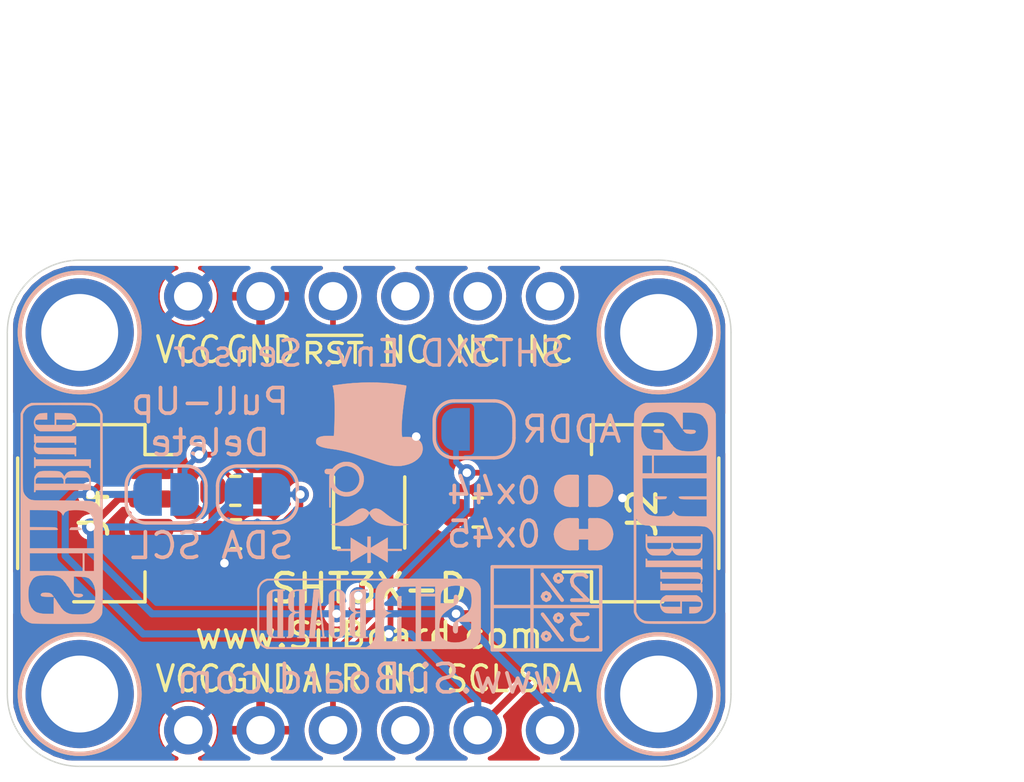
<source format=kicad_pcb>
(kicad_pcb (version 20171130) (host pcbnew "(5.1.2)-2")
  (title_block (title "SHT3X-D Dual Breakout ") (date 2020-01-28) (rev 1) (company SirBoard) (comment 1 "SHT30D Accuracy: Humidity:±3%, Temperature:±0.3%") (comment 2 "SHT31D Accuracy: Humidity:±2%, Temperature:±0.3%") (comment 3 "I2C Temperature And Humidity Sensors") (comment 4 "SHT30-D, SHT31-D - SirBlue"))
  (layers (0 F.Cu signal) (31 B.Cu signal) (34 B.Paste user hide) (35 F.Paste user hide) (36 B.SilkS user) (37 F.SilkS user) (38 B.Mask user hide) (39 F.Mask user hide) (44 Edge.Cuts user))
  (net 0 "")
  (net 1 GND)
  (net 2 VCC)
  (net 3 "Net-(JP2-Pad2)")
  (net 4 SCL)
  (net 5 SDA)
  (net 6 "Net-(A0-Pad1)")
  (net 7 "Net-(J1-Pad4)")
  (net 8 ALERT)
  (net 9 "Net-(J3-Pad6)")
  (net 10 "Net-(J3-Pad5)")
  (net 11 "Net-(J3-Pad4)")
  (net 12 "#RST")
  (net 13 "Net-(JP1-Pad2)")
  (module SirBoardLibrary:DFN2.5X2.5_P=0.5m (layer F.Cu) (at 65.278 35.941 90)
    (fp_text reference U1 hide)
    (fp_text value SHT3X hide)
    (pad 9 smd custom (at 0 0 90) (size 1 1) (layers F.Cu F.Paste F.Mask) (net 1 GND) (options (clearance outline) (anchor rect)) (primitives (gr_poly (pts (xy -0.5 0.85) (xy 0.5 0.85) (xy 0.5 -0.85) (xy -0.2 -0.85) (xy -0.5 -0.55)) (width 0))))
    (pad 8 smd roundrect (at 1.2 -0.75 90) (size 0.55 0.25) (layers F.Cu F.Paste F.Mask) (roundrect_rratio 0.1) (net 1 GND))
    (pad 7 smd roundrect (at 1.2 -0.25 90) (size 0.55 0.25) (layers F.Cu F.Paste F.Mask) (roundrect_rratio 0.1) (net 1 GND))
    (pad 6 smd roundrect (at 1.2 0.25 90) (size 0.55 0.25) (layers F.Cu F.Paste F.Mask) (roundrect_rratio 0.1) (net 12 "#RST"))
    (pad 5 smd roundrect (at 1.2 0.75 90) (size 0.55 0.25) (layers F.Cu F.Paste F.Mask) (roundrect_rratio 0.1) (net 2 VCC))
    (pad 4 smd roundrect (at -1.2 0.75 90) (size 0.55 0.25) (layers F.Cu F.Paste F.Mask) (roundrect_rratio 0.1) (net 4 SCL))
    (pad 3 smd roundrect (at -1.2 0.25 90) (size 0.55 0.25) (layers F.Cu F.Paste F.Mask) (roundrect_rratio 0.1) (net 8 ALERT))
    (pad 2 smd roundrect (at -1.2 -0.25 90) (size 0.55 0.25) (layers F.Cu F.Paste F.Mask) (roundrect_rratio 0.1) (net 6 "Net-(A0-Pad1)"))
    (pad 1 smd roundrect (at -1.2 -0.75 90) (size 0.55 0.25) (layers F.Cu F.Paste F.Mask) (roundrect_rratio 0.1) (net 5 SDA))
  )
  (module Capacitor_SMD:C_0603_1608Metric (layer F.Cu) (at 65.278 33.274 180)
    (fp_text reference C1 hide)
    (fp_text value C)
    (pad 2 smd roundrect (at 0.7875 0 180) (size 0.875 0.95) (layers F.Cu F.Paste F.Mask) (net 1 GND))
    (pad 1 smd roundrect (at -0.7875 0 180) (size 0.875 0.95) (layers F.Cu F.Paste F.Mask) (net 2 VCC))
  )
  (module Resistor_SMD:R_0603_1608Metric (layer F.Cu) (at 69.088 35.941 180)
    (fp_text reference R3 hide)
    (fp_text value 10K)
    (pad 2 smd roundrect (at 0.7875 0 180) (size 0.875 0.95) (layers F.Cu F.Paste F.Mask) (net 1 GND))
    (pad 1 smd roundrect (at -0.7875 0 180) (size 0.875 0.95) (layers F.Cu F.Paste F.Mask) (net 6 "Net-(A0-Pad1)"))
  )
  (module Resistor_SMD:R_0603_1608Metric (layer F.Cu) (at 60.579 35.179)
    (fp_text reference R2 hide)
    (fp_text value 10K)
    (pad 2 smd roundrect (at 0.7875 0) (size 0.875 0.95) (layers F.Cu F.Paste F.Mask) (net 3 "Net-(JP2-Pad2)"))
    (pad 1 smd roundrect (at -0.7875 0) (size 0.875 0.95) (layers F.Cu F.Paste F.Mask) (net 2 VCC))
  )
  (module Resistor_SMD:R_0603_1608Metric (layer F.Cu) (at 60.6045 36.703)
    (fp_text reference R1 hide)
    (fp_text value 10K)
    (pad 2 smd roundrect (at 0.7875 0) (size 0.875 0.95) (layers F.Cu F.Paste F.Mask) (net 13 "Net-(JP1-Pad2)"))
    (pad 1 smd roundrect (at -0.7875 0) (size 0.875 0.95) (layers F.Cu F.Paste F.Mask) (net 2 VCC))
  )
  (module Jumper:SolderJumper-2_P1.3mm_Open_RoundedPad1.0x1.5mm (layer B.Cu) (at 68.961 33.02)
    (fp_text reference ADDR (at 3.429 0) (layer B.SilkS) (effects (font (size 0.9 0.9) (thickness 0.13)) (justify mirror)))
    (fp_text value SolderJumper_2_Open)
    (pad 2 smd custom (at 0.65 0) (size 1 0.5) (layers B.Cu B.Mask) (net 2 VCC) (options (clearance outline) (anchor rect)) (primitives (gr_circle (center 0 -0.25) (end 0.5 -0.25) (width 0)) (gr_circle (center 0 0.25) (end 0.5 0.25) (width 0)) (gr_poly (pts (xy 0 0.75) (xy -0.5 0.75) (xy -0.5 -0.75) (xy 0 -0.75)) (width 0))))
    (pad 1 smd custom (at -0.65 0) (size 1 0.5) (layers B.Cu B.Mask) (net 6 "Net-(A0-Pad1)") (options (clearance outline) (anchor rect)) (primitives (gr_circle (center 0 -0.25) (end 0.5 -0.25) (width 0)) (gr_circle (center 0 0.25) (end 0.5 0.25) (width 0)) (gr_poly (pts (xy 0 0.75) (xy 0.5 0.75) (xy 0.5 -0.75) (xy 0 -0.75)) (width 0))))
  )
  (module Jumper:SolderJumper-2_P1.3mm_Open_RoundedPad1.0x1.5mm (layer B.Cu) (at 58.151 35.306)
    (fp_text reference SCL (at 0 1.8) (layer B.SilkS) (effects (font (size 0.9 0.9) (thickness 0.13)) (justify mirror)))
    (fp_text value SolderJumper_2_Open)
    (pad 2 smd custom (at 0.65 0) (size 1 0.5) (layers B.Cu B.Mask) (net 3 "Net-(JP2-Pad2)") (options (clearance outline) (anchor rect)) (primitives (gr_circle (center 0 -0.25) (end 0.5 -0.25) (width 0)) (gr_circle (center 0 0.25) (end 0.5 0.25) (width 0)) (gr_poly (pts (xy 0 0.75) (xy -0.5 0.75) (xy -0.5 -0.75) (xy 0 -0.75)) (width 0))))
    (pad 1 smd custom (at -0.65 0) (size 1 0.5) (layers B.Cu B.Mask) (net 4 SCL) (options (clearance outline) (anchor rect)) (primitives (gr_circle (center 0 -0.25) (end 0.5 -0.25) (width 0)) (gr_circle (center 0 0.25) (end 0.5 0.25) (width 0)) (gr_poly (pts (xy 0 0.75) (xy 0.5 0.75) (xy 0.5 -0.75) (xy 0 -0.75)) (width 0))))
  )
  (module Jumper:SolderJumper-2_P1.3mm_Open_RoundedPad1.0x1.5mm (layer B.Cu) (at 61.356 35.306)
    (fp_text reference SDA (at 0 1.8) (layer B.SilkS) (effects (font (size 0.9 0.9) (thickness 0.13)) (justify mirror)))
    (fp_text value SolderJumper_2_Open)
    (pad 2 smd custom (at 0.65 0) (size 1 0.5) (layers B.Cu B.Mask) (net 13 "Net-(JP1-Pad2)") (options (clearance outline) (anchor rect)) (primitives (gr_circle (center 0 -0.25) (end 0.5 -0.25) (width 0)) (gr_circle (center 0 0.25) (end 0.5 0.25) (width 0)) (gr_poly (pts (xy 0 0.75) (xy -0.5 0.75) (xy -0.5 -0.75) (xy 0 -0.75)) (width 0))))
    (pad 1 smd custom (at -0.65 0) (size 1 0.5) (layers B.Cu B.Mask) (net 5 SDA) (options (clearance outline) (anchor rect)) (primitives (gr_circle (center 0 -0.25) (end 0.5 -0.25) (width 0)) (gr_circle (center 0 0.25) (end 0.5 0.25) (width 0)) (gr_poly (pts (xy 0 0.75) (xy 0.5 0.75) (xy 0.5 -0.75) (xy 0 -0.75)) (width 0))))
  )
  (module logo:SirBoard79x25 (layer B.Cu) (at 65.278 39.497 180)
    (fp_text reference G*** hide)
    (fp_text value LOGO hide)
  )
  (module logo:logo63x89 (layer B.Cu) (at 65.278 34.544 180)
    (fp_text reference G*** hide)
    (fp_text value LOGO hide)
  )
  (module logo:SirBlue78x29 (layer B.Cu) (at 76.0095 35.9664 270)
    (fp_text reference G*** hide)
    (fp_text value LOGO hide)
  )
  (module logo:SirBlue78x29 (layer B.Cu) (at 54.483 35.9664 90)
    (fp_text reference G*** hide)
    (fp_text value LOGO hide)
  )
  (module Connector_PinHeader_2.54mm:PinHeader_1x06_P2.54mm_Vertical (layer B.Cu) (at 58.928 28.3464 270)
    (fp_text reference J3 hide)
    (fp_text value Conn_01x06)
    (pad 6 thru_hole oval (at 0 -12.7 270) (size 1.7 1.7) (drill 1) (layers *.Cu *.Mask) (net 9 "Net-(J3-Pad6)"))
    (pad 5 thru_hole oval (at 0 -10.16 270) (size 1.7 1.7) (drill 1) (layers *.Cu *.Mask) (net 10 "Net-(J3-Pad5)"))
    (pad 4 thru_hole oval (at 0 -7.62 270) (size 1.7 1.7) (drill 1) (layers *.Cu *.Mask) (net 11 "Net-(J3-Pad4)"))
    (pad 3 thru_hole oval (at 0 -5.08 270) (size 1.7 1.7) (drill 1) (layers *.Cu *.Mask) (net 12 "#RST"))
    (pad 2 thru_hole oval (at 0 -2.54 270) (size 1.7 1.7) (drill 1) (layers *.Cu *.Mask) (net 1 GND))
    (pad 1 thru_hole circle (at 0 0 270) (size 1.7 1.7) (drill 1) (layers *.Cu *.Mask) (net 2 VCC))
  )
  (module Connector_PinHeader_2.54mm:PinHeader_1x06_P2.54mm_Vertical (layer B.Cu) (at 58.928 43.5864 270)
    (fp_text reference J1 hide)
    (fp_text value Conn_01x06)
    (pad 6 thru_hole oval (at 0 -12.7 270) (size 1.7 1.7) (drill 1) (layers *.Cu *.Mask) (net 5 SDA))
    (pad 5 thru_hole oval (at 0 -10.16 270) (size 1.7 1.7) (drill 1) (layers *.Cu *.Mask) (net 4 SCL))
    (pad 4 thru_hole oval (at 0 -7.62 270) (size 1.7 1.7) (drill 1) (layers *.Cu *.Mask) (net 7 "Net-(J1-Pad4)"))
    (pad 3 thru_hole oval (at 0 -5.08 270) (size 1.7 1.7) (drill 1) (layers *.Cu *.Mask) (net 8 ALERT))
    (pad 2 thru_hole oval (at 0 -2.54 270) (size 1.7 1.7) (drill 1) (layers *.Cu *.Mask) (net 1 GND))
    (pad 1 thru_hole circle (at 0 0 270) (size 1.7 1.7) (drill 1) (layers *.Cu *.Mask) (net 2 VCC))
  )
  (module Connector_JST:JST_SH_SM04B-SRSS-TB_1x04-1MP_P1.00mm_Horizontal (layer F.Cu) (at 55.626 35.9664 270)
    (fp_text reference J4 (at 0 0 270) (layer F.SilkS))
    (fp_text value Conn_01x04)
    (pad MP smd roundrect (at 2.8 1.875 270) (size 1.2 1.8) (layers F.Cu F.Paste F.Mask) (roundrect_rratio 0.208333))
    (pad MP smd roundrect (at -2.8 1.875 270) (size 1.2 1.8) (layers F.Cu F.Paste F.Mask) (roundrect_rratio 0.208333))
    (pad 4 smd roundrect (at 1.5 -2 270) (size 0.6 1.55) (layers F.Cu F.Paste F.Mask) (net 1 GND))
    (pad 3 smd roundrect (at 0.5 -2 270) (size 0.6 1.55) (layers F.Cu F.Paste F.Mask) (net 2 VCC))
    (pad 2 smd roundrect (at -0.5 -2 270) (size 0.6 1.55) (layers F.Cu F.Paste F.Mask) (net 5 SDA))
    (pad 1 smd roundrect (at -1.5 -2 270) (size 0.6 1.55) (layers F.Cu F.Paste F.Mask) (net 4 SCL))
  )
  (module Connector_JST:JST_SH_SM04B-SRSS-TB_1x04-1MP_P1.00mm_Horizontal (layer F.Cu) (at 74.8665 35.9664 90)
    (fp_text reference J2 (at 0 0 90) (layer F.SilkS))
    (fp_text value Conn_01x04)
    (pad MP smd roundrect (at 2.8 1.875 90) (size 1.2 1.8) (layers F.Cu F.Paste F.Mask) (roundrect_rratio 0.208333))
    (pad MP smd roundrect (at -2.8 1.875 90) (size 1.2 1.8) (layers F.Cu F.Paste F.Mask) (roundrect_rratio 0.208333))
    (pad 4 smd roundrect (at 1.5 -2 90) (size 0.6 1.55) (layers F.Cu F.Paste F.Mask) (net 1 GND))
    (pad 3 smd roundrect (at 0.5 -2 90) (size 0.6 1.55) (layers F.Cu F.Paste F.Mask) (net 2 VCC))
    (pad 2 smd roundrect (at -0.5 -2 90) (size 0.6 1.55) (layers F.Cu F.Paste F.Mask) (net 5 SDA))
    (pad 1 smd roundrect (at -1.5 -2 90) (size 0.6 1.55) (layers F.Cu F.Paste F.Mask) (net 4 SCL))
  )
  (module SirBoardLibrary:MountingHole_M2.5_SirBoard (layer F.Cu) (at 55.118 42.3164 270)
    (fp_text reference H1 hide)
    (fp_text value MountingHole)
    (pad 1 thru_hole circle (at 0 0 270) (size 3.8 3.8) (drill 2.7) (layers *.Cu *.Mask))
  )
  (module SirBoardLibrary:MountingHole_M2.5_SirBoard (layer F.Cu) (at 55.118 29.6164 270)
    (fp_text reference H2 hide)
    (fp_text value MountingHole)
    (pad 1 thru_hole circle (at 0 0 270) (size 3.8 3.8) (drill 2.7) (layers *.Cu *.Mask))
  )
  (module SirBoardLibrary:MountingHole_M2.5_SirBoard (layer F.Cu) (at 75.438 42.3164 90)
    (fp_text reference H3 hide)
    (fp_text value MountingHole)
    (pad 1 thru_hole circle (at 0 0 90) (size 3.8 3.8) (drill 2.7) (layers *.Cu *.Mask))
  )
  (module SirBoardLibrary:MountingHole_M2.5_SirBoard (layer F.Cu) (at 75.438 29.6164 90)
    (fp_text reference H4 hide)
    (fp_text value MountingHole)
    (pad 1 thru_hole circle (at 0 0 90) (size 3.8 3.8) (drill 2.7) (layers *.Cu *.Mask))
  )
  (gr_text 3% (at 72.136 40.005) (layer B.SilkS) (effects (font (size 0.9 0.9) (thickness 0.13)) (justify mirror)))
  (gr_text 2% (at 72.136 38.608) (layer B.SilkS) (effects (font (size 0.9 0.9) (thickness 0.13)) (justify mirror)))
  (gr_line (start 70.993 37.846) (end 70.993 40.767) (layer B.SilkS) (width 0.12))
  (gr_line (start 69.596 39.243) (end 73.406 39.243) (layer B.SilkS) (width 0.12))
  (gr_line (start 73.406 37.846) (end 69.596 37.846) (layer B.SilkS) (width 0.12))
  (gr_line (start 73.406 40.767) (end 73.406 37.846) (layer B.SilkS) (width 0.12))
  (gr_line (start 69.596 40.767) (end 73.406 40.767) (layer B.SilkS) (width 0.12))
  (gr_line (start 69.596 37.846) (end 69.596 40.767) (layer B.SilkS) (width 0.12))
  (gr_line (start 73.025 34.671) (end 73.279 34.671) (layer B.SilkS) (width 0.12))
  (gr_line (start 73.0885 34.7345) (end 73.4695 34.7345) (layer B.SilkS) (width 0.12))
  (gr_line (start 73.0885 35.6235) (end 73.0885 34.7345) (layer B.SilkS) (width 0.12))
  (gr_line (start 73.4695 34.7345) (end 73.787 35.179) (layer B.SilkS) (width 0.12))
  (gr_line (start 73.4695 35.56) (end 73.152 35.6235) (layer B.SilkS) (width 0.12))
  (gr_line (start 73.152 35.6235) (end 73.152 34.798) (layer B.SilkS) (width 0.12))
  (gr_line (start 73.152 34.798) (end 73.406 34.798) (layer B.SilkS) (width 0.12))
  (gr_line (start 73.406 34.798) (end 73.7235 35.179) (layer B.SilkS) (width 0.12))
  (gr_line (start 73.7235 35.179) (end 73.406 35.4965) (layer B.SilkS) (width 0.12))
  (gr_line (start 73.406 35.4965) (end 73.2155 35.4965) (layer B.SilkS) (width 0.12))
  (gr_line (start 73.2155 35.4965) (end 73.2155 34.8615) (layer B.SilkS) (width 0.12))
  (gr_line (start 73.2155 34.8615) (end 73.406 34.8615) (layer B.SilkS) (width 0.12))
  (gr_line (start 73.406 34.8615) (end 73.5965 35.179) (layer B.SilkS) (width 0.12))
  (gr_line (start 73.3425 35.433) (end 73.279 35.433) (layer B.SilkS) (width 0.12))
  (gr_line (start 73.279 35.433) (end 73.279 34.925) (layer B.SilkS) (width 0.12))
  (gr_line (start 72.009 35.179) (end 72.263 34.925) (layer B.SilkS) (width 0.12))
  (gr_line (start 72.1995 35.4965) (end 72.009 35.179) (layer B.SilkS) (width 0.12))
  (gr_line (start 72.39 35.4965) (end 72.1995 35.4965) (layer B.SilkS) (width 0.12))
  (gr_line (start 72.39 34.8615) (end 72.39 35.4965) (layer B.SilkS) (width 0.12))
  (gr_line (start 72.1995 34.8615) (end 72.39 34.8615) (layer B.SilkS) (width 0.12))
  (gr_line (start 71.882 35.179) (end 72.1995 34.8615) (layer B.SilkS) (width 0.12))
  (gr_text 0x45 (at 69.6595 36.703) (layer B.SilkS) (effects (font (size 0.9 0.9) (thickness 0.13)) (justify mirror)))
  (gr_text 0x44 (at 69.6595 35.179) (layer B.SilkS) (effects (font (size 0.9 0.9) (thickness 0.13)) (justify mirror)))
  (gr_line (start 72.1995 35.56) (end 71.882 35.179) (layer B.SilkS) (width 0.12))
  (gr_line (start 72.4535 35.56) (end 72.1995 35.56) (layer B.SilkS) (width 0.12))
  (gr_line (start 72.4535 34.7345) (end 72.4535 35.56) (layer B.SilkS) (width 0.12))
  (gr_line (start 72.136 34.798) (end 72.4535 34.7345) (layer B.SilkS) (width 0.12))
  (gr_line (start 71.8185 35.179) (end 72.136 34.798) (layer B.SilkS) (width 0.12))
  (gr_line (start 72.136 35.6235) (end 71.8185 35.179) (layer B.SilkS) (width 0.12))
  (gr_line (start 72.517 35.6235) (end 72.136 35.6235) (layer B.SilkS) (width 0.12))
  (gr_line (start 72.517 34.7345) (end 72.517 35.6235) (layer B.SilkS) (width 0.12))
  (gr_line (start 72.39 36.3855) (end 72.39 37.0205) (layer B.SilkS) (width 0.12))
  (gr_line (start 72.39 37.0205) (end 72.1995 37.0205) (layer B.SilkS) (width 0.12))
  (gr_line (start 72.1995 37.0205) (end 72.009 36.703) (layer B.SilkS) (width 0.12))
  (gr_line (start 72.263 36.449) (end 72.3265 36.449) (layer B.SilkS) (width 0.12))
  (gr_line (start 72.3265 36.449) (end 72.3265 36.957) (layer B.SilkS) (width 0.12))
  (gr_line (start 72.3265 36.957) (end 72.263 36.957) (layer B.SilkS) (width 0.12))
  (gr_line (start 72.009 36.703) (end 72.263 36.449) (layer B.SilkS) (width 0.12))
  (gr_line (start 72.263 36.957) (end 72.0725 36.703) (layer B.SilkS) (width 0.12))
  (gr_line (start 71.8185 36.703) (end 72.136 36.322) (layer B.SilkS) (width 0.12))
  (gr_line (start 72.1995 36.576) (end 72.1995 36.83) (layer B.SilkS) (width 0.12))
  (gr_line (start 72.1995 36.83) (end 72.263 36.8935) (layer B.SilkS) (width 0.12))
  (gr_line (start 72.0725 36.703) (end 72.1995 36.576) (layer B.SilkS) (width 0.12))
  (gr_line (start 72.263 36.8935) (end 72.263 36.5125) (layer B.SilkS) (width 0.12))
  (gr_line (start 73.3425 36.5125) (end 73.3425 36.8935) (layer B.SilkS) (width 0.12))
  (gr_line (start 73.533 36.703) (end 73.406 36.83) (layer B.SilkS) (width 0.12))
  (gr_line (start 73.406 36.576) (end 73.3425 36.5125) (layer B.SilkS) (width 0.12))
  (gr_line (start 73.406 36.83) (end 73.406 36.576) (layer B.SilkS) (width 0.12))
  (gr_line (start 73.787 36.703) (end 73.4695 37.084) (layer B.SilkS) (width 0.12))
  (gr_line (start 73.3425 36.449) (end 73.533 36.703) (layer B.SilkS) (width 0.12))
  (gr_line (start 73.5965 36.703) (end 73.3425 36.957) (layer B.SilkS) (width 0.12))
  (gr_line (start 73.279 36.449) (end 73.3425 36.449) (layer B.SilkS) (width 0.12))
  (gr_line (start 73.2155 36.3855) (end 73.406 36.3855) (layer B.SilkS) (width 0.12))
  (gr_line (start 73.7235 36.703) (end 73.406 37.0205) (layer B.SilkS) (width 0.12))
  (gr_line (start 73.152 36.322) (end 73.406 36.322) (layer B.SilkS) (width 0.12))
  (gr_line (start 73.406 37.0205) (end 73.2155 37.0205) (layer B.SilkS) (width 0.12))
  (gr_line (start 73.4695 37.084) (end 73.152 37.1475) (layer B.SilkS) (width 0.12))
  (gr_line (start 73.4695 36.2585) (end 73.787 36.703) (layer B.SilkS) (width 0.12))
  (gr_line (start 73.406 36.322) (end 73.7235 36.703) (layer B.SilkS) (width 0.12))
  (gr_line (start 73.0885 37.1475) (end 73.0885 36.2585) (layer B.SilkS) (width 0.12))
  (gr_line (start 73.279 34.925) (end 73.3425 34.925) (layer B.SilkS) (width 0.12))
  (gr_line (start 73.5965 35.179) (end 73.3425 35.433) (layer B.SilkS) (width 0.12))
  (gr_line (start 73.3425 34.925) (end 73.533 35.179) (layer B.SilkS) (width 0.12))
  (gr_line (start 73.787 35.179) (end 73.4695 35.56) (layer B.SilkS) (width 0.12))
  (gr_line (start 73.406 35.306) (end 73.406 35.052) (layer B.SilkS) (width 0.12))
  (gr_line (start 73.406 35.052) (end 73.3425 34.9885) (layer B.SilkS) (width 0.12))
  (gr_line (start 73.533 35.179) (end 73.406 35.306) (layer B.SilkS) (width 0.12))
  (gr_line (start 73.3425 34.9885) (end 73.3425 35.3695) (layer B.SilkS) (width 0.12))
  (gr_line (start 73.025 36.576) (end 73.025 36.83) (layer B.SilkS) (width 0.12))
  (gr_line (start 72.517 36.576) (end 73.0885 36.576) (layer B.SilkS) (width 0.12))
  (gr_arc (start 72.3265 36.703) (end 72.3265 36.195) (angle -180) (layer B.SilkS) (width 0.12))
  (gr_line (start 72.3265 36.195) (end 72.5805 36.195) (layer B.SilkS) (width 0.12))
  (gr_line (start 72.5805 36.195) (end 72.5805 37.211) (layer B.SilkS) (width 0.12))
  (gr_line (start 72.5805 37.211) (end 72.3265 37.211) (layer B.SilkS) (width 0.12))
  (gr_line (start 72.517 37.1475) (end 72.136 37.1475) (layer B.SilkS) (width 0.12))
  (gr_line (start 72.517 36.2585) (end 72.517 37.1475) (layer B.SilkS) (width 0.12))
  (gr_line (start 72.136 37.1475) (end 71.8185 36.703) (layer B.SilkS) (width 0.12))
  (gr_line (start 72.136 36.322) (end 72.4535 36.2585) (layer B.SilkS) (width 0.12))
  (gr_line (start 72.4535 36.2585) (end 72.4535 37.084) (layer B.SilkS) (width 0.12))
  (gr_line (start 72.4535 37.084) (end 72.1995 37.084) (layer B.SilkS) (width 0.12))
  (gr_line (start 72.1995 37.084) (end 71.882 36.703) (layer B.SilkS) (width 0.12))
  (gr_line (start 71.882 36.703) (end 72.1995 36.3855) (layer B.SilkS) (width 0.12))
  (gr_line (start 72.1995 36.3855) (end 72.39 36.3855) (layer B.SilkS) (width 0.12))
  (gr_arc (start 73.279 35.179) (end 73.279 35.687) (angle -180) (layer B.SilkS) (width 0.12))
  (gr_line (start 73.279 35.687) (end 73.025 35.687) (layer B.SilkS) (width 0.12))
  (gr_line (start 73.025 35.687) (end 73.025 34.671) (layer B.SilkS) (width 0.12))
  (gr_line (start 72.263 35.3695) (end 72.263 34.9885) (layer B.SilkS) (width 0.12))
  (gr_line (start 72.1995 35.306) (end 72.263 35.3695) (layer B.SilkS) (width 0.12))
  (gr_line (start 72.1995 35.052) (end 72.1995 35.306) (layer B.SilkS) (width 0.12))
  (gr_line (start 72.0725 35.179) (end 72.1995 35.052) (layer B.SilkS) (width 0.12))
  (gr_line (start 72.263 35.433) (end 72.0725 35.179) (layer B.SilkS) (width 0.12))
  (gr_line (start 72.3265 35.433) (end 72.263 35.433) (layer B.SilkS) (width 0.12))
  (gr_line (start 72.3265 34.925) (end 72.3265 35.433) (layer B.SilkS) (width 0.12))
  (gr_line (start 72.263 34.925) (end 72.3265 34.925) (layer B.SilkS) (width 0.12))
  (gr_line (start 73.4695 37.0205) (end 73.2155 37.084) (layer B.SilkS) (width 0.12))
  (gr_line (start 73.7235 36.7665) (end 73.5965 37.084) (layer B.SilkS) (width 0.12))
  (gr_line (start 73.7235 35.2425) (end 73.5965 35.4965) (layer B.SilkS) (width 0.12))
  (gr_line (start 72.644 36.7665) (end 73.0885 36.7665) (layer B.SilkS) (width 0.12))
  (gr_line (start 72.5805 36.703) (end 72.644 36.7665) (layer B.SilkS) (width 0.12))
  (gr_line (start 73.025 36.703) (end 72.5805 36.703) (layer B.SilkS) (width 0.12))
  (gr_line (start 72.9615 36.6395) (end 72.9615 36.703) (layer B.SilkS) (width 0.12))
  (gr_line (start 72.644 36.6395) (end 73.025 36.6395) (layer B.SilkS) (width 0.12))
  (gr_line (start 72.517 36.83) (end 72.5805 36.6395) (layer B.SilkS) (width 0.12))
  (gr_line (start 73.0885 36.83) (end 72.517 36.83) (layer B.SilkS) (width 0.12))
  (gr_line (start 72.5805 35.687) (end 72.3265 35.687) (layer B.SilkS) (width 0.12))
  (gr_line (start 72.5805 34.671) (end 72.5805 35.687) (layer B.SilkS) (width 0.12))
  (gr_line (start 72.3265 34.671) (end 72.5805 34.671) (layer B.SilkS) (width 0.12))
  (gr_arc (start 72.3265 35.179) (end 72.3265 34.671) (angle -180) (layer B.SilkS) (width 0.12))
  (gr_line (start 73.279 36.957) (end 73.279 36.449) (layer B.SilkS) (width 0.12))
  (gr_line (start 73.3425 36.957) (end 73.279 36.957) (layer B.SilkS) (width 0.12))
  (gr_line (start 73.406 36.3855) (end 73.5965 36.703) (layer B.SilkS) (width 0.12))
  (gr_line (start 73.0885 36.2585) (end 73.4695 36.2585) (layer B.SilkS) (width 0.12))
  (gr_line (start 73.025 36.195) (end 73.279 36.195) (layer B.SilkS) (width 0.12))
  (gr_line (start 73.025 37.211) (end 73.025 36.195) (layer B.SilkS) (width 0.12))
  (gr_line (start 73.279 37.211) (end 73.025 37.211) (layer B.SilkS) (width 0.12))
  (gr_arc (start 73.279 36.703) (end 73.279 37.211) (angle -180) (layer B.SilkS) (width 0.12))
  (gr_line (start 73.152 37.1475) (end 73.152 36.322) (layer B.SilkS) (width 0.12))
  (gr_line (start 73.2155 37.0205) (end 73.2155 36.3855) (layer B.SilkS) (width 0.12))
  (gr_line (start 63.119 29.718) (end 65.024 29.718) (layer F.SilkS) (width 0.12))
  (gr_text www.SirBoard.com (at 65.278 40.259) (layer F.SilkS) (effects (font (size 0.9 0.9) (thickness 0.13))))
  (gr_text VCC (at 58.928 30.226) (layer F.SilkS) (effects (font (size 0.9 0.8) (thickness 0.12))))
  (gr_text NC (at 71.628 30.226) (layer F.SilkS) (effects (font (size 0.9 0.8) (thickness 0.12))))
  (gr_text NC (at 69.088 30.226) (layer F.SilkS) (effects (font (size 0.9 0.8) (thickness 0.12))))
  (gr_text NC (at 66.548 30.226) (layer F.SilkS) (effects (font (size 0.9 0.8) (thickness 0.12))))
  (gr_text RST (at 64.008 30.353) (layer F.SilkS) (effects (font (size 0.7 0.8) (thickness 0.12))))
  (gr_text ALR (at 64.008 41.783) (layer F.SilkS) (effects (font (size 0.9 0.8) (thickness 0.12))))
  (gr_text NC (at 66.548 41.783) (layer F.SilkS) (effects (font (size 0.9 0.8) (thickness 0.12))))
  (gr_text SHT3X-D (at 65.278 38.608) (layer F.SilkS) (effects (font (size 1 1))))
  (gr_text "Pull-Up\nDelete" (at 59.69 32.766) (layer B.SilkS) (effects (font (size 0.9 0.9) (thickness 0.13)) (justify mirror)))
  (gr_text GND (at 61.468 30.226) (layer F.SilkS) (effects (font (size 0.9 0.8) (thickness 0.12))))
  (gr_text VCC (at 58.928 41.783) (layer F.SilkS) (effects (font (size 0.9 0.8) (thickness 0.12))))
  (gr_text GND (at 61.468 41.783) (layer F.SilkS) (effects (font (size 0.9 0.8) (thickness 0.12))))
  (gr_text SCL (at 69.088 41.783) (layer F.SilkS) (effects (font (size 0.9 0.8) (thickness 0.12))))
  (gr_text SDA (at 71.628 41.783) (layer F.SilkS) (effects (font (size 0.9 0.8) (thickness 0.12))))
  (gr_arc (start 55.118 29.6164) (end 55.118 27.0764) (angle -90) (layer Edge.Cuts) (width 0.05))
  (gr_arc (start 75.438 29.6164) (end 77.978 29.6164) (angle -90) (layer Edge.Cuts) (width 0.05))
  (gr_arc (start 75.438 42.3164) (end 75.438 44.8564) (angle -90) (layer Edge.Cuts) (width 0.05))
  (gr_arc (start 55.118 42.3164) (end 52.578 42.3164) (angle -90) (layer Edge.Cuts) (width 0.05))
  (gr_line (start 52.578 42.3164) (end 52.578 29.6164) (layer Edge.Cuts) (width 0.05))
  (gr_line (start 55.118 27.0764) (end 75.438 27.0764) (layer Edge.Cuts) (width 0.05))
  (gr_line (start 77.978 29.6164) (end 77.978 42.3164) (layer Edge.Cuts) (width 0.05))
  (gr_line (start 75.438 44.8564) (end 55.118 44.8564) (layer Edge.Cuts) (width 0.05))
  (gr_text "SHT3XD Env. Sensor" (at 65.278 30.353) (layer B.SilkS) (effects (font (size 0.9 0.9) (thickness 0.12)) (justify mirror)))
  (gr_text www.SirBoard.com (at 65.278 41.783) (layer B.SilkS) (effects (font (size 1 1) (thickness 0.13)) (justify mirror)))
  (segment (start 65.278 35.941) (end 66.802 35.941) (width 0.25) (layer F.Cu) (net 1))
  (segment (start 66.802 35.941) (end 63.627 35.941) (width 0.25) (layer F.Cu) (net 1))
  (segment (start 64.528 34.741) (end 64.528 35.421) (width 0.2) (layer F.Cu) (net 1))
  (segment (start 65.028 34.741) (end 65.028 35.429) (width 0.2) (layer F.Cu) (net 1))
  (via (at 74.168 35.433) (size 0.6) (drill 0.3) (layers F.Cu B.Cu) (net 2))
  (segment (start 72.8665 35.4664) (end 74.1346 35.4664) (width 0.25) (layer F.Cu) (net 2))
  (segment (start 74.1346 35.4664) (end 74.168 35.433) (width 0.25) (layer F.Cu) (net 2))
  (segment (start 66.028 33.3115) (end 66.0655 33.274) (width 0.2) (layer F.Cu) (net 2))
  (segment (start 66.028 34.741) (end 66.028 33.3115) (width 0.2) (layer F.Cu) (net 2))
  (via (at 66.929 33.274) (size 0.6) (drill 0.3) (layers F.Cu B.Cu) (net 2))
  (segment (start 66.0655 33.274) (end 66.929 33.274) (width 0.2) (layer F.Cu) (net 2))
  (segment (start 59.7915 36.6775) (end 59.817 36.703) (width 0.2) (layer F.Cu) (net 2))
  (segment (start 59.7915 35.179) (end 59.7915 36.6775) (width 0.3) (layer F.Cu) (net 2))
  (segment (start 59.5804 36.4664) (end 59.817 36.703) (width 0.3) (layer F.Cu) (net 2))
  (segment (start 57.626 36.4664) (end 59.5804 36.4664) (width 0.3) (layer F.Cu) (net 2))
  (segment (start 59.898001 37.419001) (end 60.198 37.719) (width 0.3) (layer F.Cu) (net 2))
  (segment (start 59.817 37.338) (end 59.898001 37.419001) (width 0.3) (layer F.Cu) (net 2))
  (segment (start 59.817 36.703) (end 59.817 37.338) (width 0.3) (layer F.Cu) (net 2))
  (via (at 60.198 37.719) (size 0.6) (drill 0.3) (layers F.Cu B.Cu) (net 2))
  (via (at 59.309 33.909) (size 0.6) (drill 0.3) (layers F.Cu B.Cu) (net 3))
  (segment (start 58.801 34.417) (end 59.009001 34.208999) (width 0.2) (layer B.Cu) (net 3))
  (segment (start 60.0965 33.909) (end 59.733264 33.909) (width 0.2) (layer F.Cu) (net 3))
  (segment (start 61.3665 35.179) (end 60.0965 33.909) (width 0.2) (layer F.Cu) (net 3))
  (segment (start 59.009001 34.208999) (end 59.309 33.909) (width 0.2) (layer B.Cu) (net 3))
  (segment (start 58.801 35.306) (end 58.801 34.417) (width 0.2) (layer B.Cu) (net 3))
  (segment (start 59.733264 33.909) (end 59.309 33.909) (width 0.2) (layer F.Cu) (net 3))
  (via (at 55.499 35.306) (size 0.6) (drill 0.3) (layers F.Cu B.Cu) (net 4))
  (segment (start 57.626 34.4664) (end 56.3386 34.4664) (width 0.25) (layer F.Cu) (net 4))
  (segment (start 56.3386 34.4664) (end 55.499 35.306) (width 0.25) (layer F.Cu) (net 4))
  (segment (start 55.499 35.306) (end 57.501 35.306) (width 0.25) (layer B.Cu) (net 4))
  (via (at 65.969004 40.202996) (size 0.6) (drill 0.3) (layers F.Cu B.Cu) (net 4))
  (segment (start 65.969 40.202992) (end 65.969004 40.202996) (width 0.25) (layer F.Cu) (net 4))
  (segment (start 66.745996 40.202996) (end 65.969004 40.202996) (width 0.25) (layer B.Cu) (net 4))
  (segment (start 69.088 43.5864) (end 69.088 42.545) (width 0.25) (layer B.Cu) (net 4))
  (segment (start 69.088 42.545) (end 66.745996 40.202996) (width 0.25) (layer B.Cu) (net 4))
  (segment (start 72.8665 39.7825) (end 72.8665 37.4664) (width 0.25) (layer F.Cu) (net 4))
  (segment (start 69.088 43.5864) (end 69.088 43.561) (width 0.25) (layer F.Cu) (net 4))
  (segment (start 69.088 43.561) (end 72.8665 39.7825) (width 0.25) (layer F.Cu) (net 4))
  (segment (start 55.499 35.306) (end 54.991 35.306) (width 0.25) (layer B.Cu) (net 4))
  (segment (start 54.991 35.306) (end 54.61 35.687) (width 0.25) (layer B.Cu) (net 4))
  (segment (start 54.61 35.687) (end 54.61 37.465) (width 0.25) (layer B.Cu) (net 4))
  (segment (start 57.347996 40.202996) (end 65.969004 40.202996) (width 0.25) (layer B.Cu) (net 4))
  (segment (start 54.61 37.465) (end 57.347996 40.202996) (width 0.25) (layer B.Cu) (net 4))
  (segment (start 66.028 40.144) (end 65.969004 40.202996) (width 0.2) (layer F.Cu) (net 4))
  (segment (start 66.028 37.141) (end 66.028 40.144) (width 0.2) (layer F.Cu) (net 4))
  (via (at 55.499 36.448994) (size 0.6) (drill 0.3) (layers F.Cu B.Cu) (net 5))
  (segment (start 56.481594 35.4664) (end 55.798999 36.148995) (width 0.25) (layer F.Cu) (net 5))
  (segment (start 55.798999 36.148995) (end 55.499 36.448994) (width 0.25) (layer F.Cu) (net 5))
  (segment (start 57.626 35.4664) (end 56.481594 35.4664) (width 0.25) (layer F.Cu) (net 5))
  (segment (start 55.923264 36.448994) (end 55.499 36.448994) (width 0.25) (layer B.Cu) (net 5))
  (segment (start 59.563006 36.448994) (end 55.923264 36.448994) (width 0.25) (layer B.Cu) (net 5))
  (segment (start 60.706 35.306) (end 59.563006 36.448994) (width 0.25) (layer B.Cu) (net 5))
  (segment (start 71.628 42.799) (end 71.628 43.5864) (width 0.25) (layer B.Cu) (net 5))
  (segment (start 64.897 39.497) (end 68.326 39.497) (width 0.25) (layer B.Cu) (net 5))
  (segment (start 68.326 39.497) (end 71.628 42.799) (width 0.25) (layer B.Cu) (net 5))
  (segment (start 68.326 39.497) (end 68.326 39.497) (width 0.25) (layer B.Cu) (net 5))
  (via (at 68.326 39.497) (size 0.6) (drill 0.3) (layers F.Cu B.Cu) (net 5))
  (segment (start 72.8665 36.4664) (end 71.7376 36.4664) (width 0.25) (layer F.Cu) (net 5))
  (segment (start 71.7376 36.4664) (end 71.501 36.703) (width 0.25) (layer F.Cu) (net 5))
  (segment (start 71.501 36.703) (end 71.501 38.989) (width 0.25) (layer F.Cu) (net 5))
  (segment (start 71.501 38.989) (end 70.993 39.497) (width 0.25) (layer F.Cu) (net 5))
  (segment (start 70.993 39.497) (end 68.326 39.497) (width 0.25) (layer F.Cu) (net 5))
  (segment (start 57.658 39.497) (end 64.897 39.497) (width 0.25) (layer B.Cu) (net 5))
  (segment (start 55.499 36.448994) (end 55.499 37.338) (width 0.25) (layer B.Cu) (net 5))
  (segment (start 55.499 37.338) (end 57.658 39.497) (width 0.25) (layer B.Cu) (net 5))
  (via (at 64.135 39.497) (size 0.6) (drill 0.3) (layers F.Cu B.Cu) (net 5))
  (segment (start 64.135 39.497) (end 64.135 38.608) (width 0.2) (layer F.Cu) (net 5))
  (segment (start 64.528 38.215) (end 64.528 37.141) (width 0.2) (layer F.Cu) (net 5))
  (segment (start 64.135 38.608) (end 64.528 38.215) (width 0.2) (layer F.Cu) (net 5))
  (via (at 68.707 34.544) (size 0.6) (drill 0.3) (layers F.Cu B.Cu) (net 6))
  (via (at 64.897 38.862) (size 0.6) (drill 0.3) (layers F.Cu B.Cu) (net 6))
  (segment (start 65.028 37.141) (end 65.028 38.731) (width 0.2) (layer F.Cu) (net 6))
  (segment (start 65.028 38.731) (end 64.897 38.862) (width 0.2) (layer F.Cu) (net 6))
  (segment (start 68.326 34.163) (end 68.326 33.02) (width 0.2) (layer B.Cu) (net 6))
  (segment (start 68.707 34.544) (end 68.326 34.163) (width 0.2) (layer B.Cu) (net 6))
  (segment (start 68.707 35.8775) (end 68.707 34.544) (width 0.2) (layer B.Cu) (net 6))
  (segment (start 64.897 38.862) (end 65.7225 38.862) (width 0.2) (layer B.Cu) (net 6))
  (segment (start 65.7225 38.862) (end 68.707 35.8775) (width 0.2) (layer B.Cu) (net 6))
  (segment (start 69.342 34.544) (end 68.707 34.544) (width 0.2) (layer F.Cu) (net 6))
  (segment (start 69.8755 35.941) (end 69.8755 35.0775) (width 0.2) (layer F.Cu) (net 6))
  (segment (start 69.8755 35.0775) (end 69.342 34.544) (width 0.2) (layer F.Cu) (net 6))
  (segment (start 65.528 37.141) (end 65.528 39.374) (width 0.2) (layer F.Cu) (net 8))
  (segment (start 64.008 40.894) (end 64.008 43.5864) (width 0.2) (layer F.Cu) (net 8))
  (segment (start 65.528 39.374) (end 64.008 40.894) (width 0.2) (layer F.Cu) (net 8))
  (segment (start 64.008 29.548481) (end 65.278 30.818481) (width 0.2) (layer F.Cu) (net 12))
  (segment (start 64.008 28.3464) (end 64.008 29.548481) (width 0.2) (layer F.Cu) (net 12))
  (segment (start 65.278 30.818481) (end 65.278 33.909) (width 0.2) (layer F.Cu) (net 12))
  (segment (start 65.528 34.159) (end 65.528 34.741) (width 0.2) (layer F.Cu) (net 12))
  (segment (start 65.278 33.909) (end 65.528 34.159) (width 0.2) (layer F.Cu) (net 12))
  (via (at 62.865 35.306) (size 0.6) (drill 0.3) (layers F.Cu B.Cu) (net 13))
  (segment (start 62.865 35.306) (end 62.006 35.306) (width 0.2) (layer B.Cu) (net 13))
  (segment (start 62.865 35.687) (end 62.865 35.306) (width 0.2) (layer F.Cu) (net 13))
  (segment (start 61.392 36.703) (end 61.849 36.703) (width 0.2) (layer F.Cu) (net 13))
  (segment (start 61.849 36.703) (end 62.865 35.687) (width 0.2) (layer F.Cu) (net 13))
  (zone (net 2) (net_name VCC) (layer B.Cu) (connect_pads (clearance 0.15)) (min_thickness 0.15) (fill yes (arc_segments 32) (thermal_gap 0.2) (thermal_bridge_width 0.3))
    (polygon (pts (xy 52.7812 27.2796) (xy 77.7748 27.2796) (xy 77.7748 44.6532) (xy 52.7812 44.6532)))
  )
  (zone (net 1) (net_name GND) (layer F.Cu) (connect_pads (clearance 0.15)) (min_thickness 0.15) (fill yes (arc_segments 32) (thermal_gap 0.2) (thermal_bridge_width 0.3))
    (polygon (pts (xy 52.7812 27.2796) (xy 77.7748 27.2796) (xy 77.7748 44.6532) (xy 52.7812 44.6532)))
  )
)
</source>
